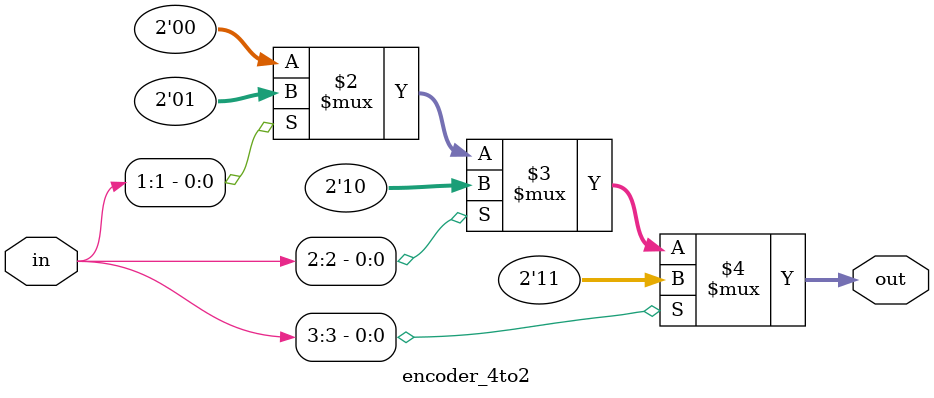
<source format=sv>
module encoder_4to2 (input [3:0] in,
                     output [1:0] out);
  assign out = (in[3]) ? 2'b11 : (in[2]) ? 2'b10 : (in[1]) ? 2'b01 : (in[0]) ? 2'b00 : 2'b00;
endmodule
    
                     
</source>
